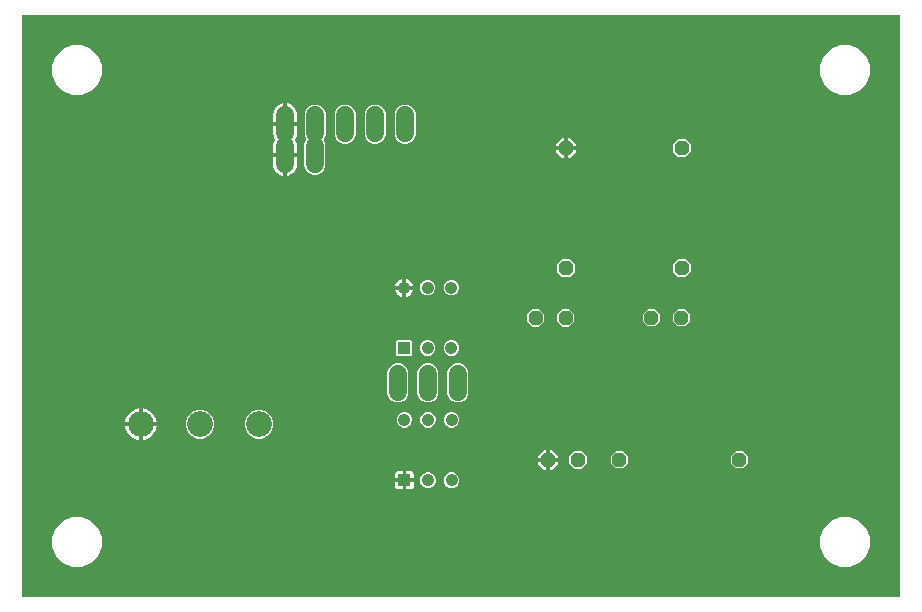
<source format=gbr>
G04 EAGLE Gerber RS-274X export*
G75*
%MOMM*%
%FSLAX34Y34*%
%LPD*%
%INTop Copper*%
%IPPOS*%
%AMOC8*
5,1,8,0,0,1.08239X$1,22.5*%
G01*
%ADD10P,1.319650X8X22.500000*%
%ADD11P,1.319650X8X202.500000*%
%ADD12R,1.050000X1.050000*%
%ADD13C,1.050000*%
%ADD14P,1.319650X8X112.500000*%
%ADD15C,1.524000*%
%ADD16C,2.184400*%
%ADD17P,1.319650X8X292.500000*%

G36*
X745956Y3306D02*
X745956Y3306D01*
X745975Y3304D01*
X746077Y3326D01*
X746179Y3342D01*
X746196Y3352D01*
X746216Y3356D01*
X746305Y3409D01*
X746396Y3458D01*
X746410Y3472D01*
X746427Y3482D01*
X746494Y3561D01*
X746566Y3636D01*
X746574Y3654D01*
X746587Y3669D01*
X746626Y3765D01*
X746669Y3859D01*
X746671Y3879D01*
X746679Y3897D01*
X746697Y4064D01*
X746697Y495936D01*
X746694Y495956D01*
X746696Y495975D01*
X746674Y496077D01*
X746658Y496179D01*
X746648Y496196D01*
X746644Y496216D01*
X746591Y496305D01*
X746542Y496396D01*
X746528Y496410D01*
X746518Y496427D01*
X746439Y496494D01*
X746364Y496566D01*
X746346Y496574D01*
X746331Y496587D01*
X746235Y496626D01*
X746141Y496669D01*
X746121Y496671D01*
X746103Y496679D01*
X745936Y496697D01*
X4064Y496697D01*
X4044Y496694D01*
X4025Y496696D01*
X3923Y496674D01*
X3821Y496658D01*
X3804Y496648D01*
X3784Y496644D01*
X3695Y496591D01*
X3604Y496542D01*
X3590Y496528D01*
X3573Y496518D01*
X3506Y496439D01*
X3434Y496364D01*
X3426Y496346D01*
X3413Y496331D01*
X3374Y496235D01*
X3331Y496141D01*
X3329Y496121D01*
X3321Y496103D01*
X3303Y495936D01*
X3303Y4064D01*
X3306Y4044D01*
X3304Y4025D01*
X3326Y3923D01*
X3342Y3821D01*
X3352Y3804D01*
X3356Y3784D01*
X3409Y3695D01*
X3458Y3604D01*
X3472Y3590D01*
X3482Y3573D01*
X3561Y3506D01*
X3636Y3434D01*
X3654Y3426D01*
X3669Y3413D01*
X3765Y3374D01*
X3859Y3331D01*
X3879Y3329D01*
X3897Y3321D01*
X4064Y3303D01*
X745936Y3303D01*
X745956Y3306D01*
G37*
%LPC*%
G36*
X695816Y428967D02*
X695816Y428967D01*
X688086Y432169D01*
X682169Y438086D01*
X678967Y445816D01*
X678967Y454184D01*
X682169Y461914D01*
X688086Y467831D01*
X695816Y471033D01*
X704184Y471033D01*
X711914Y467831D01*
X717831Y461914D01*
X721033Y454184D01*
X721033Y445816D01*
X717831Y438086D01*
X711914Y432169D01*
X704184Y428967D01*
X695816Y428967D01*
G37*
%LPD*%
%LPC*%
G36*
X45816Y428967D02*
X45816Y428967D01*
X38086Y432169D01*
X32169Y438086D01*
X28967Y445816D01*
X28967Y454184D01*
X32169Y461914D01*
X38086Y467831D01*
X45816Y471033D01*
X54184Y471033D01*
X61914Y467831D01*
X67831Y461914D01*
X71033Y454184D01*
X71033Y445816D01*
X67831Y438086D01*
X61914Y432169D01*
X54184Y428967D01*
X45816Y428967D01*
G37*
%LPD*%
%LPC*%
G36*
X695816Y28967D02*
X695816Y28967D01*
X688086Y32169D01*
X682169Y38086D01*
X678967Y45816D01*
X678967Y54184D01*
X682169Y61914D01*
X688086Y67831D01*
X695816Y71033D01*
X704184Y71033D01*
X711914Y67831D01*
X717831Y61914D01*
X721033Y54184D01*
X721033Y45816D01*
X717831Y38086D01*
X711914Y32169D01*
X704184Y28967D01*
X695816Y28967D01*
G37*
%LPD*%
%LPC*%
G36*
X45816Y28967D02*
X45816Y28967D01*
X38086Y32169D01*
X32169Y38086D01*
X28967Y45816D01*
X28967Y54184D01*
X32169Y61914D01*
X38086Y67831D01*
X45816Y71033D01*
X54184Y71033D01*
X61914Y67831D01*
X67831Y61914D01*
X71033Y54184D01*
X71033Y45816D01*
X67831Y38086D01*
X61914Y32169D01*
X54184Y28967D01*
X45816Y28967D01*
G37*
%LPD*%
%LPC*%
G36*
X249532Y361189D02*
X249532Y361189D01*
X246264Y362543D01*
X243763Y365044D01*
X242409Y368312D01*
X242409Y387088D01*
X243763Y390356D01*
X243905Y390498D01*
X243973Y390593D01*
X244042Y390687D01*
X244044Y390693D01*
X244048Y390698D01*
X244082Y390809D01*
X244119Y390920D01*
X244119Y390927D01*
X244120Y390933D01*
X244117Y391049D01*
X244116Y391166D01*
X244114Y391174D01*
X244114Y391179D01*
X244108Y391196D01*
X244070Y391328D01*
X242709Y394612D01*
X242709Y413388D01*
X244063Y416656D01*
X246564Y419157D01*
X249832Y420511D01*
X253368Y420511D01*
X256636Y419157D01*
X259137Y416656D01*
X260491Y413388D01*
X260491Y394612D01*
X259137Y391344D01*
X258995Y391202D01*
X258927Y391107D01*
X258858Y391013D01*
X258856Y391007D01*
X258852Y391002D01*
X258817Y390889D01*
X258781Y390780D01*
X258781Y390773D01*
X258780Y390767D01*
X258783Y390651D01*
X258784Y390534D01*
X258786Y390526D01*
X258786Y390521D01*
X258792Y390504D01*
X258830Y390372D01*
X260191Y387088D01*
X260191Y368312D01*
X258837Y365044D01*
X256336Y362543D01*
X253068Y361189D01*
X249532Y361189D01*
G37*
%LPD*%
%LPC*%
G36*
X345232Y168489D02*
X345232Y168489D01*
X341964Y169843D01*
X339463Y172344D01*
X338109Y175612D01*
X338109Y194388D01*
X339463Y197656D01*
X341964Y200157D01*
X345232Y201511D01*
X348768Y201511D01*
X352036Y200157D01*
X354537Y197656D01*
X355891Y194388D01*
X355891Y175612D01*
X354537Y172344D01*
X352036Y169843D01*
X348768Y168489D01*
X345232Y168489D01*
G37*
%LPD*%
%LPC*%
G36*
X370632Y168489D02*
X370632Y168489D01*
X367364Y169843D01*
X364863Y172344D01*
X363509Y175612D01*
X363509Y194388D01*
X364863Y197656D01*
X367364Y200157D01*
X370632Y201511D01*
X374168Y201511D01*
X377436Y200157D01*
X379937Y197656D01*
X381291Y194388D01*
X381291Y175612D01*
X379937Y172344D01*
X377436Y169843D01*
X374168Y168489D01*
X370632Y168489D01*
G37*
%LPD*%
%LPC*%
G36*
X326032Y387489D02*
X326032Y387489D01*
X322764Y388843D01*
X320263Y391344D01*
X318909Y394612D01*
X318909Y413388D01*
X320263Y416656D01*
X322764Y419157D01*
X326032Y420511D01*
X329568Y420511D01*
X332836Y419157D01*
X335337Y416656D01*
X336691Y413388D01*
X336691Y394612D01*
X335337Y391344D01*
X332836Y388843D01*
X329568Y387489D01*
X326032Y387489D01*
G37*
%LPD*%
%LPC*%
G36*
X300632Y387489D02*
X300632Y387489D01*
X297364Y388843D01*
X294863Y391344D01*
X293509Y394612D01*
X293509Y413388D01*
X294863Y416656D01*
X297364Y419157D01*
X300632Y420511D01*
X304168Y420511D01*
X307436Y419157D01*
X309937Y416656D01*
X311291Y413388D01*
X311291Y394612D01*
X309937Y391344D01*
X307436Y388843D01*
X304168Y387489D01*
X300632Y387489D01*
G37*
%LPD*%
%LPC*%
G36*
X275232Y387489D02*
X275232Y387489D01*
X271964Y388843D01*
X269463Y391344D01*
X268109Y394612D01*
X268109Y413388D01*
X269463Y416656D01*
X271964Y419157D01*
X275232Y420511D01*
X278768Y420511D01*
X282036Y419157D01*
X284537Y416656D01*
X285891Y413388D01*
X285891Y394612D01*
X284537Y391344D01*
X282036Y388843D01*
X278768Y387489D01*
X275232Y387489D01*
G37*
%LPD*%
%LPC*%
G36*
X319832Y168489D02*
X319832Y168489D01*
X316564Y169843D01*
X314063Y172344D01*
X312709Y175612D01*
X312709Y194388D01*
X314063Y197656D01*
X316564Y200157D01*
X319832Y201511D01*
X323368Y201511D01*
X326636Y200157D01*
X329137Y197656D01*
X330491Y194388D01*
X330491Y175612D01*
X329137Y172344D01*
X326636Y169843D01*
X323368Y168489D01*
X319832Y168489D01*
G37*
%LPD*%
%LPC*%
G36*
X151575Y137807D02*
X151575Y137807D01*
X147093Y139664D01*
X143664Y143093D01*
X141807Y147575D01*
X141807Y152425D01*
X143664Y156907D01*
X147093Y160336D01*
X151575Y162193D01*
X156425Y162193D01*
X160907Y160336D01*
X164336Y156907D01*
X166193Y152425D01*
X166193Y147575D01*
X164336Y143093D01*
X160907Y139664D01*
X156425Y137807D01*
X151575Y137807D01*
G37*
%LPD*%
%LPC*%
G36*
X201575Y137807D02*
X201575Y137807D01*
X197093Y139664D01*
X193664Y143093D01*
X191807Y147575D01*
X191807Y152425D01*
X193664Y156907D01*
X197093Y160336D01*
X201575Y162193D01*
X206425Y162193D01*
X210907Y160336D01*
X214336Y156907D01*
X216193Y152425D01*
X216193Y147575D01*
X214336Y143093D01*
X210907Y139664D01*
X206425Y137807D01*
X201575Y137807D01*
G37*
%LPD*%
%LPC*%
G36*
X227423Y379223D02*
X227423Y379223D01*
X227423Y395610D01*
X227453Y395628D01*
X227482Y395662D01*
X227517Y395689D01*
X227561Y395755D01*
X227613Y395815D01*
X227629Y395856D01*
X227654Y395893D01*
X227675Y395969D01*
X227705Y396043D01*
X227711Y396102D01*
X227719Y396130D01*
X227717Y396158D01*
X227723Y396210D01*
X227723Y402477D01*
X236361Y402477D01*
X236361Y395580D01*
X236111Y394001D01*
X235616Y392480D01*
X234890Y391055D01*
X234866Y391021D01*
X234826Y390943D01*
X234780Y390869D01*
X234771Y390833D01*
X234755Y390801D01*
X234743Y390714D01*
X234722Y390630D01*
X234725Y390593D01*
X234720Y390558D01*
X234736Y390471D01*
X234744Y390385D01*
X234760Y390341D01*
X234765Y390316D01*
X234780Y390288D01*
X234803Y390228D01*
X235316Y389220D01*
X235811Y387699D01*
X236061Y386120D01*
X236061Y379223D01*
X227423Y379223D01*
G37*
%LPD*%
%LPC*%
G36*
X215739Y379223D02*
X215739Y379223D01*
X215739Y386120D01*
X215989Y387699D01*
X216484Y389220D01*
X217210Y390645D01*
X217234Y390679D01*
X217274Y390757D01*
X217320Y390831D01*
X217329Y390867D01*
X217345Y390899D01*
X217357Y390986D01*
X217378Y391070D01*
X217375Y391107D01*
X217380Y391142D01*
X217364Y391229D01*
X217356Y391315D01*
X217340Y391359D01*
X217335Y391384D01*
X217320Y391412D01*
X217297Y391472D01*
X216784Y392480D01*
X216289Y394001D01*
X216039Y395580D01*
X216039Y402477D01*
X224677Y402477D01*
X224677Y386090D01*
X224647Y386072D01*
X224618Y386038D01*
X224583Y386011D01*
X224539Y385945D01*
X224487Y385885D01*
X224471Y385844D01*
X224446Y385807D01*
X224425Y385731D01*
X224395Y385657D01*
X224389Y385598D01*
X224381Y385570D01*
X224383Y385542D01*
X224377Y385490D01*
X224377Y379223D01*
X215739Y379223D01*
G37*
%LPD*%
%LPC*%
G36*
X558649Y232833D02*
X558649Y232833D01*
X554333Y237149D01*
X554333Y243251D01*
X558649Y247567D01*
X564751Y247567D01*
X569067Y243251D01*
X569067Y237149D01*
X564751Y232833D01*
X558649Y232833D01*
G37*
%LPD*%
%LPC*%
G36*
X533249Y232833D02*
X533249Y232833D01*
X528933Y237149D01*
X528933Y243251D01*
X533249Y247567D01*
X539351Y247567D01*
X543667Y243251D01*
X543667Y237149D01*
X539351Y232833D01*
X533249Y232833D01*
G37*
%LPD*%
%LPC*%
G36*
X558949Y376433D02*
X558949Y376433D01*
X554633Y380749D01*
X554633Y386851D01*
X558949Y391167D01*
X565051Y391167D01*
X569367Y386851D01*
X569367Y380749D01*
X565051Y376433D01*
X558949Y376433D01*
G37*
%LPD*%
%LPC*%
G36*
X470949Y112433D02*
X470949Y112433D01*
X466633Y116749D01*
X466633Y122851D01*
X470949Y127167D01*
X477051Y127167D01*
X481367Y122851D01*
X481367Y116749D01*
X477051Y112433D01*
X470949Y112433D01*
G37*
%LPD*%
%LPC*%
G36*
X506149Y112633D02*
X506149Y112633D01*
X501833Y116949D01*
X501833Y123051D01*
X506149Y127367D01*
X512251Y127367D01*
X516567Y123051D01*
X516567Y116949D01*
X512251Y112633D01*
X506149Y112633D01*
G37*
%LPD*%
%LPC*%
G36*
X607749Y112633D02*
X607749Y112633D01*
X603433Y116949D01*
X603433Y123051D01*
X607749Y127367D01*
X613851Y127367D01*
X618167Y123051D01*
X618167Y116949D01*
X613851Y112633D01*
X607749Y112633D01*
G37*
%LPD*%
%LPC*%
G36*
X558949Y274833D02*
X558949Y274833D01*
X554633Y279149D01*
X554633Y285251D01*
X558949Y289567D01*
X565051Y289567D01*
X569367Y285251D01*
X569367Y279149D01*
X565051Y274833D01*
X558949Y274833D01*
G37*
%LPD*%
%LPC*%
G36*
X460949Y274833D02*
X460949Y274833D01*
X456633Y279149D01*
X456633Y285251D01*
X460949Y289567D01*
X467051Y289567D01*
X471367Y285251D01*
X471367Y279149D01*
X467051Y274833D01*
X460949Y274833D01*
G37*
%LPD*%
%LPC*%
G36*
X435149Y232633D02*
X435149Y232633D01*
X430833Y236949D01*
X430833Y243051D01*
X435149Y247367D01*
X441251Y247367D01*
X445567Y243051D01*
X445567Y236949D01*
X441251Y232633D01*
X435149Y232633D01*
G37*
%LPD*%
%LPC*%
G36*
X460549Y232633D02*
X460549Y232633D01*
X456233Y236949D01*
X456233Y243051D01*
X460549Y247367D01*
X466651Y247367D01*
X470967Y243051D01*
X470967Y236949D01*
X466651Y232633D01*
X460549Y232633D01*
G37*
%LPD*%
%LPC*%
G36*
X321124Y207979D02*
X321124Y207979D01*
X320379Y208724D01*
X320379Y220276D01*
X321124Y221021D01*
X332676Y221021D01*
X333421Y220276D01*
X333421Y208724D01*
X332676Y207979D01*
X321124Y207979D01*
G37*
%LPD*%
%LPC*%
G36*
X365803Y147079D02*
X365803Y147079D01*
X363406Y148072D01*
X361572Y149906D01*
X360579Y152303D01*
X360579Y154897D01*
X361572Y157294D01*
X363406Y159128D01*
X365803Y160121D01*
X368397Y160121D01*
X370794Y159128D01*
X372628Y157294D01*
X373621Y154897D01*
X373621Y152303D01*
X372628Y149906D01*
X370794Y148072D01*
X368397Y147079D01*
X365803Y147079D01*
G37*
%LPD*%
%LPC*%
G36*
X345803Y147079D02*
X345803Y147079D01*
X343406Y148072D01*
X341572Y149906D01*
X340579Y152303D01*
X340579Y154897D01*
X341572Y157294D01*
X343406Y159128D01*
X345803Y160121D01*
X348397Y160121D01*
X350794Y159128D01*
X352628Y157294D01*
X353621Y154897D01*
X353621Y152303D01*
X352628Y149906D01*
X350794Y148072D01*
X348397Y147079D01*
X345803Y147079D01*
G37*
%LPD*%
%LPC*%
G36*
X325803Y147079D02*
X325803Y147079D01*
X323406Y148072D01*
X321572Y149906D01*
X320579Y152303D01*
X320579Y154897D01*
X321572Y157294D01*
X323406Y159128D01*
X325803Y160121D01*
X328397Y160121D01*
X330794Y159128D01*
X332628Y157294D01*
X333621Y154897D01*
X333621Y152303D01*
X332628Y149906D01*
X330794Y148072D01*
X328397Y147079D01*
X325803Y147079D01*
G37*
%LPD*%
%LPC*%
G36*
X365803Y96079D02*
X365803Y96079D01*
X363406Y97072D01*
X361572Y98906D01*
X360579Y101303D01*
X360579Y103897D01*
X361572Y106294D01*
X363406Y108128D01*
X365803Y109121D01*
X368397Y109121D01*
X370794Y108128D01*
X372628Y106294D01*
X373621Y103897D01*
X373621Y101303D01*
X372628Y98906D01*
X370794Y97072D01*
X368397Y96079D01*
X365803Y96079D01*
G37*
%LPD*%
%LPC*%
G36*
X345803Y96079D02*
X345803Y96079D01*
X343406Y97072D01*
X341572Y98906D01*
X340579Y101303D01*
X340579Y103897D01*
X341572Y106294D01*
X343406Y108128D01*
X345803Y109121D01*
X348397Y109121D01*
X350794Y108128D01*
X352628Y106294D01*
X353621Y103897D01*
X353621Y101303D01*
X352628Y98906D01*
X350794Y97072D01*
X348397Y96079D01*
X345803Y96079D01*
G37*
%LPD*%
%LPC*%
G36*
X345603Y258979D02*
X345603Y258979D01*
X343206Y259972D01*
X341372Y261806D01*
X340379Y264203D01*
X340379Y266797D01*
X341372Y269194D01*
X343206Y271028D01*
X345603Y272021D01*
X348197Y272021D01*
X350594Y271028D01*
X352428Y269194D01*
X353421Y266797D01*
X353421Y264203D01*
X352428Y261806D01*
X350594Y259972D01*
X348197Y258979D01*
X345603Y258979D01*
G37*
%LPD*%
%LPC*%
G36*
X365603Y258979D02*
X365603Y258979D01*
X363206Y259972D01*
X361372Y261806D01*
X360379Y264203D01*
X360379Y266797D01*
X361372Y269194D01*
X363206Y271028D01*
X365603Y272021D01*
X368197Y272021D01*
X370594Y271028D01*
X372428Y269194D01*
X373421Y266797D01*
X373421Y264203D01*
X372428Y261806D01*
X370594Y259972D01*
X368197Y258979D01*
X365603Y258979D01*
G37*
%LPD*%
%LPC*%
G36*
X365603Y207979D02*
X365603Y207979D01*
X363206Y208972D01*
X361372Y210806D01*
X360379Y213203D01*
X360379Y215797D01*
X361372Y218194D01*
X363206Y220028D01*
X365603Y221021D01*
X368197Y221021D01*
X370594Y220028D01*
X372428Y218194D01*
X373421Y215797D01*
X373421Y213203D01*
X372428Y210806D01*
X370594Y208972D01*
X368197Y207979D01*
X365603Y207979D01*
G37*
%LPD*%
%LPC*%
G36*
X345603Y207979D02*
X345603Y207979D01*
X343206Y208972D01*
X341372Y210806D01*
X340379Y213203D01*
X340379Y215797D01*
X341372Y218194D01*
X343206Y220028D01*
X345603Y221021D01*
X348197Y221021D01*
X350594Y220028D01*
X352428Y218194D01*
X353421Y215797D01*
X353421Y213203D01*
X352428Y210806D01*
X350594Y208972D01*
X348197Y207979D01*
X345603Y207979D01*
G37*
%LPD*%
%LPC*%
G36*
X227723Y405523D02*
X227723Y405523D01*
X227723Y421666D01*
X228579Y421531D01*
X230100Y421036D01*
X231525Y420310D01*
X232819Y419370D01*
X233950Y418239D01*
X234890Y416945D01*
X235616Y415520D01*
X236111Y413999D01*
X236361Y412420D01*
X236361Y405523D01*
X227723Y405523D01*
G37*
%LPD*%
%LPC*%
G36*
X227423Y376177D02*
X227423Y376177D01*
X236061Y376177D01*
X236061Y369280D01*
X235811Y367701D01*
X235316Y366180D01*
X234590Y364755D01*
X233650Y363461D01*
X232519Y362330D01*
X231225Y361390D01*
X229800Y360664D01*
X228279Y360169D01*
X227423Y360034D01*
X227423Y376177D01*
G37*
%LPD*%
%LPC*%
G36*
X216039Y405523D02*
X216039Y405523D01*
X216039Y412420D01*
X216289Y413999D01*
X216784Y415520D01*
X217510Y416945D01*
X218450Y418239D01*
X219581Y419370D01*
X220875Y420310D01*
X222300Y421036D01*
X223821Y421531D01*
X224677Y421666D01*
X224677Y405523D01*
X216039Y405523D01*
G37*
%LPD*%
%LPC*%
G36*
X223521Y360169D02*
X223521Y360169D01*
X222000Y360664D01*
X220575Y361390D01*
X219281Y362330D01*
X218150Y363461D01*
X217210Y364755D01*
X216484Y366180D01*
X215989Y367701D01*
X215739Y369280D01*
X215739Y376177D01*
X224377Y376177D01*
X224377Y360034D01*
X223521Y360169D01*
G37*
%LPD*%
%LPC*%
G36*
X105523Y151523D02*
X105523Y151523D01*
X105523Y163389D01*
X107152Y163131D01*
X109168Y162476D01*
X111056Y161514D01*
X112770Y160269D01*
X114269Y158770D01*
X115514Y157056D01*
X116476Y155168D01*
X117131Y153152D01*
X117389Y151523D01*
X105523Y151523D01*
G37*
%LPD*%
%LPC*%
G36*
X105523Y148477D02*
X105523Y148477D01*
X117389Y148477D01*
X117131Y146848D01*
X116476Y144832D01*
X115514Y142944D01*
X114269Y141230D01*
X112770Y139731D01*
X111056Y138486D01*
X109168Y137524D01*
X107152Y136869D01*
X105523Y136611D01*
X105523Y148477D01*
G37*
%LPD*%
%LPC*%
G36*
X90611Y151523D02*
X90611Y151523D01*
X90869Y153152D01*
X91524Y155168D01*
X92486Y157056D01*
X93731Y158770D01*
X95230Y160269D01*
X96944Y161514D01*
X98832Y162476D01*
X100848Y163131D01*
X102477Y163389D01*
X102477Y151523D01*
X90611Y151523D01*
G37*
%LPD*%
%LPC*%
G36*
X100848Y136869D02*
X100848Y136869D01*
X98832Y137524D01*
X96944Y138486D01*
X95230Y139731D01*
X93731Y141230D01*
X92486Y142944D01*
X91524Y144832D01*
X90869Y146848D01*
X90611Y148477D01*
X102477Y148477D01*
X102477Y136611D01*
X100848Y136869D01*
G37*
%LPD*%
%LPC*%
G36*
X328623Y104123D02*
X328623Y104123D01*
X328623Y110391D01*
X332684Y110391D01*
X333331Y110218D01*
X333910Y109883D01*
X334383Y109410D01*
X334718Y108831D01*
X334891Y108184D01*
X334891Y104123D01*
X328623Y104123D01*
G37*
%LPD*%
%LPC*%
G36*
X319309Y104123D02*
X319309Y104123D01*
X319309Y108184D01*
X319482Y108831D01*
X319817Y109410D01*
X320290Y109883D01*
X320869Y110218D01*
X321516Y110391D01*
X325577Y110391D01*
X325577Y104123D01*
X319309Y104123D01*
G37*
%LPD*%
%LPC*%
G36*
X328623Y94809D02*
X328623Y94809D01*
X328623Y101077D01*
X334891Y101077D01*
X334891Y97016D01*
X334718Y96369D01*
X334383Y95790D01*
X333910Y95317D01*
X333331Y94982D01*
X332684Y94809D01*
X328623Y94809D01*
G37*
%LPD*%
%LPC*%
G36*
X321516Y94809D02*
X321516Y94809D01*
X320869Y94982D01*
X320290Y95317D01*
X319817Y95790D01*
X319482Y96369D01*
X319309Y97016D01*
X319309Y101077D01*
X325577Y101077D01*
X325577Y94809D01*
X321516Y94809D01*
G37*
%LPD*%
%LPC*%
G36*
X465523Y385323D02*
X465523Y385323D01*
X465523Y392437D01*
X467577Y392437D01*
X472637Y387377D01*
X472637Y385323D01*
X465523Y385323D01*
G37*
%LPD*%
%LPC*%
G36*
X450123Y121323D02*
X450123Y121323D01*
X450123Y128437D01*
X452177Y128437D01*
X457237Y123377D01*
X457237Y121323D01*
X450123Y121323D01*
G37*
%LPD*%
%LPC*%
G36*
X439963Y121323D02*
X439963Y121323D01*
X439963Y123377D01*
X445023Y128437D01*
X447077Y128437D01*
X447077Y121323D01*
X439963Y121323D01*
G37*
%LPD*%
%LPC*%
G36*
X455363Y385323D02*
X455363Y385323D01*
X455363Y387377D01*
X460423Y392437D01*
X462477Y392437D01*
X462477Y385323D01*
X455363Y385323D01*
G37*
%LPD*%
%LPC*%
G36*
X465523Y375163D02*
X465523Y375163D01*
X465523Y382277D01*
X472637Y382277D01*
X472637Y380223D01*
X467577Y375163D01*
X465523Y375163D01*
G37*
%LPD*%
%LPC*%
G36*
X450123Y111163D02*
X450123Y111163D01*
X450123Y118277D01*
X457237Y118277D01*
X457237Y116223D01*
X452177Y111163D01*
X450123Y111163D01*
G37*
%LPD*%
%LPC*%
G36*
X460423Y375163D02*
X460423Y375163D01*
X455363Y380223D01*
X455363Y382277D01*
X462477Y382277D01*
X462477Y375163D01*
X460423Y375163D01*
G37*
%LPD*%
%LPC*%
G36*
X445023Y111163D02*
X445023Y111163D01*
X439963Y116223D01*
X439963Y118277D01*
X447077Y118277D01*
X447077Y111163D01*
X445023Y111163D01*
G37*
%LPD*%
%LPC*%
G36*
X328423Y267023D02*
X328423Y267023D01*
X328423Y273140D01*
X329172Y272991D01*
X330590Y272404D01*
X331866Y271551D01*
X332951Y270466D01*
X333804Y269190D01*
X334391Y267772D01*
X334540Y267023D01*
X328423Y267023D01*
G37*
%LPD*%
%LPC*%
G36*
X328423Y263977D02*
X328423Y263977D01*
X334540Y263977D01*
X334391Y263228D01*
X333804Y261810D01*
X332951Y260534D01*
X331866Y259449D01*
X330590Y258596D01*
X329172Y258009D01*
X328423Y257860D01*
X328423Y263977D01*
G37*
%LPD*%
%LPC*%
G36*
X319260Y267023D02*
X319260Y267023D01*
X319409Y267772D01*
X319996Y269190D01*
X320849Y270466D01*
X321934Y271551D01*
X323210Y272404D01*
X324628Y272991D01*
X325377Y273140D01*
X325377Y267023D01*
X319260Y267023D01*
G37*
%LPD*%
%LPC*%
G36*
X324628Y258009D02*
X324628Y258009D01*
X323210Y258596D01*
X321934Y259449D01*
X320849Y260534D01*
X319996Y261810D01*
X319409Y263228D01*
X319260Y263977D01*
X325377Y263977D01*
X325377Y257860D01*
X324628Y258009D01*
G37*
%LPD*%
%LPC*%
G36*
X226199Y403999D02*
X226199Y403999D01*
X226199Y404001D01*
X226201Y404001D01*
X226201Y403999D01*
X226199Y403999D01*
G37*
%LPD*%
%LPC*%
G36*
X326899Y265499D02*
X326899Y265499D01*
X326899Y265501D01*
X326901Y265501D01*
X326901Y265499D01*
X326899Y265499D01*
G37*
%LPD*%
%LPC*%
G36*
X103999Y149999D02*
X103999Y149999D01*
X103999Y150001D01*
X104001Y150001D01*
X104001Y149999D01*
X103999Y149999D01*
G37*
%LPD*%
%LPC*%
G36*
X225899Y377699D02*
X225899Y377699D01*
X225899Y377701D01*
X225901Y377701D01*
X225901Y377699D01*
X225899Y377699D01*
G37*
%LPD*%
%LPC*%
G36*
X448599Y119799D02*
X448599Y119799D01*
X448599Y119801D01*
X448601Y119801D01*
X448601Y119799D01*
X448599Y119799D01*
G37*
%LPD*%
%LPC*%
G36*
X327099Y102599D02*
X327099Y102599D01*
X327099Y102601D01*
X327101Y102601D01*
X327101Y102599D01*
X327099Y102599D01*
G37*
%LPD*%
%LPC*%
G36*
X463999Y383799D02*
X463999Y383799D01*
X463999Y383801D01*
X464001Y383801D01*
X464001Y383799D01*
X463999Y383799D01*
G37*
%LPD*%
D10*
X438200Y240000D03*
X463600Y240000D03*
D11*
X474000Y119800D03*
X448600Y119800D03*
D12*
X327100Y102600D03*
D13*
X347100Y102600D03*
X367100Y102600D03*
X367100Y153600D03*
X347100Y153600D03*
X327100Y153600D03*
D12*
X326900Y214500D03*
D13*
X346900Y214500D03*
X366900Y214500D03*
X366900Y265500D03*
X346900Y265500D03*
X326900Y265500D03*
D10*
X536300Y240200D03*
X561700Y240200D03*
D14*
X464000Y282200D03*
X464000Y383800D03*
D15*
X226200Y396380D02*
X226200Y411620D01*
X251600Y411620D02*
X251600Y396380D01*
X277000Y396380D02*
X277000Y411620D01*
X302400Y411620D02*
X302400Y396380D01*
X327800Y396380D02*
X327800Y411620D01*
D16*
X104000Y150000D03*
X154000Y150000D03*
X204000Y150000D03*
D11*
X610800Y120000D03*
X509200Y120000D03*
D17*
X562000Y383800D03*
X562000Y282200D03*
D15*
X251300Y370080D02*
X251300Y385320D01*
X225900Y385320D02*
X225900Y370080D01*
X372400Y192620D02*
X372400Y177380D01*
X347000Y177380D02*
X347000Y192620D01*
X321600Y192620D02*
X321600Y177380D01*
M02*

</source>
